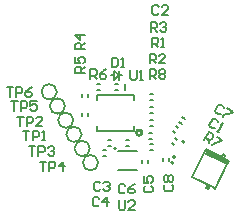
<source format=gto>
G04 Layer_Color=65535*
%FSLAX43Y43*%
%MOMM*%
G71*
G01*
G75*
%ADD21C,0.152*%
%ADD29C,0.127*%
%ADD30C,0.254*%
D21*
X9776Y-2138D02*
X9913Y-1871D01*
X9776Y-2138D02*
X9954Y-2229D01*
X10091Y-1962D01*
X11275Y352D02*
X11412Y620D01*
X11234Y711D02*
X11412Y620D01*
X11097Y444D02*
X11234Y711D01*
X8577Y-1188D02*
X9170Y-30D01*
X8577Y-1188D02*
X10358Y-2099D01*
X9170Y-30D02*
X9762Y1127D01*
X10515Y404D02*
X11584Y-142D01*
X9625Y860D02*
X10515Y404D01*
X9671Y949D02*
X11629Y-53D01*
X9671Y949D02*
X9716Y1038D01*
X11675Y36D01*
X10358Y-2099D02*
X10447Y-2144D01*
X10358Y-2099D02*
X10536Y-2190D01*
X11675Y36D01*
X9762Y1127D02*
X11720Y125D01*
X11675Y36D02*
X11720Y125D01*
X3650Y5285D02*
Y5750D01*
X550D02*
X3650D01*
X550Y5285D02*
Y5750D01*
Y2650D02*
Y3115D01*
Y2650D02*
X3650D01*
Y3115D01*
X1473Y1954D02*
X1727D01*
X1473Y1446D02*
X1727D01*
X6963Y2643D02*
X7183Y2516D01*
X7217Y3083D02*
X7437Y2956D01*
X6146Y173D02*
Y427D01*
X6654Y173D02*
Y427D01*
X7747Y3863D02*
X7967Y3736D01*
X7493Y3423D02*
X7713Y3296D01*
X4346Y-27D02*
Y227D01*
X4854Y-27D02*
Y227D01*
X2973Y1954D02*
X3227D01*
X2973Y1446D02*
X3227D01*
X1073Y546D02*
X1327D01*
X1073Y1054D02*
X1327D01*
X5073Y5854D02*
X5327D01*
X5073Y5346D02*
X5327D01*
X5073Y1046D02*
X5327D01*
X5073Y1554D02*
X5327D01*
X7117Y2083D02*
X7337Y1956D01*
X6863Y1643D02*
X7083Y1516D01*
X573Y6654D02*
X827D01*
X573Y6146D02*
X827D01*
X-754Y3973D02*
Y4227D01*
X-246Y3973D02*
Y4227D01*
X-754Y5573D02*
Y5827D01*
X-246Y5573D02*
Y5827D01*
X5073Y4246D02*
X5327D01*
X5073Y4754D02*
X5327D01*
X4973Y2554D02*
X5227D01*
X4973Y2046D02*
X5227D01*
X5073Y3146D02*
X5327D01*
X5073Y3654D02*
X5327D01*
X2300Y1000D02*
X3900D01*
X2300Y-600D02*
X3900D01*
X2950Y6150D02*
Y6650D01*
X2073Y6654D02*
X2327D01*
X2073Y6146D02*
X2327D01*
X1700Y7400D02*
X2000D01*
Y7800D01*
X2000D02*
X2400Y7400D01*
X2000Y7000D02*
X2400Y7400D01*
X2000Y7000D02*
Y7400D01*
X2400Y7000D02*
Y7800D01*
Y7400D02*
X2700D01*
X-4300Y100D02*
X-3767D01*
X-4033D01*
Y-700D01*
X-3500D02*
Y100D01*
X-3100D01*
X-2967Y-34D01*
Y-300D01*
X-3100Y-433D01*
X-3500D01*
X-2301Y-700D02*
Y100D01*
X-2701Y-300D01*
X-2167D01*
X-5200Y1400D02*
X-4667D01*
X-4933D01*
Y600D01*
X-4400D02*
Y1400D01*
X-4000D01*
X-3867Y1266D01*
Y1000D01*
X-4000Y867D01*
X-4400D01*
X-3601Y1266D02*
X-3467Y1400D01*
X-3201D01*
X-3067Y1266D01*
Y1133D01*
X-3201Y1000D01*
X-3334D01*
X-3201D01*
X-3067Y867D01*
Y733D01*
X-3201Y600D01*
X-3467D01*
X-3601Y733D01*
X-5700Y2700D02*
X-5167D01*
X-5433D01*
Y1900D01*
X-4900D02*
Y2700D01*
X-4500D01*
X-4367Y2566D01*
Y2300D01*
X-4500Y2167D01*
X-4900D01*
X-4101Y1900D02*
X-3834D01*
X-3967D01*
Y2700D01*
X-4101Y2566D01*
X-6200Y3900D02*
X-5667D01*
X-5933D01*
Y3100D01*
X-5400D02*
Y3900D01*
X-5000D01*
X-4867Y3766D01*
Y3500D01*
X-5000Y3367D01*
X-5400D01*
X-4067Y3100D02*
X-4601D01*
X-4067Y3633D01*
Y3766D01*
X-4201Y3900D01*
X-4467D01*
X-4601Y3766D01*
X-6700Y5200D02*
X-6167D01*
X-6433D01*
Y4400D01*
X-5900D02*
Y5200D01*
X-5500D01*
X-5367Y5066D01*
Y4800D01*
X-5500Y4667D01*
X-5900D01*
X-4567Y5200D02*
X-5101D01*
Y4800D01*
X-4834Y4933D01*
X-4701D01*
X-4567Y4800D01*
Y4533D01*
X-4701Y4400D01*
X-4967D01*
X-5101Y4533D01*
X-7100Y6400D02*
X-6567D01*
X-6833D01*
Y5600D01*
X-6300D02*
Y6400D01*
X-5900D01*
X-5767Y6266D01*
Y6000D01*
X-5900Y5867D01*
X-6300D01*
X-4967Y6400D02*
X-5234Y6266D01*
X-5501Y6000D01*
Y5733D01*
X-5367Y5600D01*
X-5101D01*
X-4967Y5733D01*
Y5867D01*
X-5101Y6000D01*
X-5501D01*
X5773Y13186D02*
X5640Y13319D01*
X5373D01*
X5240Y13186D01*
Y12653D01*
X5373Y12520D01*
X5640D01*
X5773Y12653D01*
X6573Y12520D02*
X6039D01*
X6573Y13053D01*
Y13186D01*
X6439Y13319D01*
X6173D01*
X6039Y13186D01*
X733Y-3034D02*
X600Y-2901D01*
X333D01*
X200Y-3034D01*
Y-3567D01*
X333Y-3700D01*
X600D01*
X733Y-3567D01*
X1399Y-3700D02*
Y-2901D01*
X999Y-3301D01*
X1533D01*
X2933Y-1934D02*
X2800Y-1801D01*
X2533D01*
X2400Y-1934D01*
Y-2467D01*
X2533Y-2600D01*
X2800D01*
X2933Y-2467D01*
X3733Y-1801D02*
X3466Y-1934D01*
X3199Y-2201D01*
Y-2467D01*
X3333Y-2600D01*
X3599D01*
X3733Y-2467D01*
Y-2334D01*
X3599Y-2201D01*
X3199D01*
X1800Y8899D02*
Y8100D01*
X2200D01*
X2333Y8233D01*
Y8766D01*
X2200Y8899D01*
X1800D01*
X2599Y8100D02*
X2866D01*
X2733D01*
Y8899D01*
X2599Y8766D01*
X5200Y9800D02*
Y10599D01*
X5600D01*
X5733Y10466D01*
Y10199D01*
X5600Y10066D01*
X5200D01*
X5466D02*
X5733Y9800D01*
X5999D02*
X6266D01*
X6133D01*
Y10599D01*
X5999Y10466D01*
X5000Y8400D02*
Y9199D01*
X5400D01*
X5533Y9066D01*
Y8799D01*
X5400Y8666D01*
X5000D01*
X5266D02*
X5533Y8400D01*
X6333D02*
X5799D01*
X6333Y8933D01*
Y9066D01*
X6199Y9199D01*
X5933D01*
X5799Y9066D01*
X5100Y11100D02*
Y11899D01*
X5500D01*
X5633Y11766D01*
Y11499D01*
X5500Y11366D01*
X5100D01*
X5366D02*
X5633Y11100D01*
X5899Y11766D02*
X6033Y11899D01*
X6299D01*
X6433Y11766D01*
Y11633D01*
X6299Y11499D01*
X6166D01*
X6299D01*
X6433Y11366D01*
Y11233D01*
X6299Y11100D01*
X6033D01*
X5899Y11233D01*
X-500Y9600D02*
X-1300D01*
Y9999D01*
X-1167Y10133D01*
X-900D01*
X-767Y9999D01*
Y9600D01*
Y9866D02*
X-500Y10133D01*
Y10799D02*
X-1300D01*
X-900Y10399D01*
Y10933D01*
X-500Y7600D02*
X-1300D01*
Y7999D01*
X-1167Y8133D01*
X-900D01*
X-767Y7999D01*
Y7600D01*
Y7866D02*
X-500Y8133D01*
X-1300Y8933D02*
Y8399D01*
X-900D01*
X-1033Y8666D01*
Y8799D01*
X-900Y8933D01*
X-634D01*
X-500Y8799D01*
Y8533D01*
X-634Y8399D01*
X-0Y7100D02*
Y7899D01*
X400D01*
X533Y7766D01*
Y7499D01*
X400Y7366D01*
X-0D01*
X266D02*
X533Y7100D01*
X1333Y7899D02*
X1066Y7766D01*
X799Y7499D01*
Y7233D01*
X933Y7100D01*
X1199D01*
X1333Y7233D01*
Y7366D01*
X1199Y7499D01*
X799D01*
X3370Y7819D02*
Y7153D01*
X3503Y7020D01*
X3770D01*
X3903Y7153D01*
Y7819D01*
X4169Y7020D02*
X4436D01*
X4303D01*
Y7819D01*
X4169Y7686D01*
X2400Y-3201D02*
Y-3867D01*
X2533Y-4000D01*
X2800D01*
X2933Y-3867D01*
Y-3201D01*
X3733Y-4000D02*
X3199D01*
X3733Y-3467D01*
Y-3334D01*
X3599Y-3201D01*
X3333D01*
X3199Y-3334D01*
X4633Y-1967D02*
X4500Y-2101D01*
Y-2367D01*
X4633Y-2500D01*
X5166D01*
X5300Y-2367D01*
Y-2101D01*
X5166Y-1967D01*
X4500Y-1167D02*
Y-1701D01*
X4900D01*
X4767Y-1434D01*
Y-1301D01*
X4900Y-1167D01*
X5166D01*
X5300Y-1301D01*
Y-1567D01*
X5166Y-1701D01*
X11295Y4610D02*
X11246Y4792D01*
X11015Y4926D01*
X10833Y4877D01*
X10566Y4415D01*
X10615Y4233D01*
X10846Y4100D01*
X11028Y4148D01*
X11592Y4592D02*
X12054Y4326D01*
X11987Y4210D01*
X11259Y4015D01*
X11192Y3900D01*
X6333Y-1867D02*
X6200Y-2001D01*
Y-2267D01*
X6333Y-2400D01*
X6866D01*
X7000Y-2267D01*
Y-2001D01*
X6866Y-1867D01*
X6333Y-1601D02*
X6200Y-1467D01*
Y-1201D01*
X6333Y-1067D01*
X6467D01*
X6600Y-1201D01*
X6733Y-1067D01*
X6866D01*
X7000Y-1201D01*
Y-1467D01*
X6866Y-1601D01*
X6733D01*
X6600Y-1467D01*
X6467Y-1601D01*
X6333D01*
X6600Y-1467D02*
Y-1201D01*
X9600Y1900D02*
X10000Y2592D01*
X10346Y2392D01*
X10395Y2210D01*
X10261Y1979D01*
X10079Y1931D01*
X9733Y2130D01*
X9964Y1997D02*
X10061Y1633D01*
X10692Y2192D02*
X11154Y1926D01*
X11087Y1810D01*
X10359Y1615D01*
X10292Y1500D01*
X5000Y7100D02*
Y7899D01*
X5400D01*
X5533Y7766D01*
Y7499D01*
X5400Y7366D01*
X5000D01*
X5266D02*
X5533Y7100D01*
X5799Y7766D02*
X5933Y7899D01*
X6199D01*
X6333Y7766D01*
Y7633D01*
X6199Y7499D01*
X6333Y7366D01*
Y7233D01*
X6199Y7100D01*
X5933D01*
X5799Y7233D01*
Y7366D01*
X5933Y7499D01*
X5799Y7633D01*
Y7766D01*
X5933Y7499D02*
X6199D01*
X10795Y3410D02*
X10746Y3592D01*
X10515Y3726D01*
X10333Y3677D01*
X10066Y3215D01*
X10115Y3033D01*
X10346Y2900D01*
X10528Y2948D01*
X10692Y2700D02*
X10923Y2566D01*
X10808Y2633D01*
X11208Y3326D01*
X11026Y3277D01*
X833Y-1734D02*
X700Y-1601D01*
X433D01*
X300Y-1734D01*
Y-2267D01*
X433Y-2400D01*
X700D01*
X833Y-2267D01*
X1099Y-1734D02*
X1233Y-1601D01*
X1499D01*
X1633Y-1734D01*
Y-1867D01*
X1499Y-2001D01*
X1366D01*
X1499D01*
X1633Y-2134D01*
Y-2267D01*
X1499Y-2400D01*
X1233D01*
X1099Y-2267D01*
D29*
X7172Y481D02*
G03*
X7172Y481I-100J0D01*
G01*
X7034Y-9D02*
G03*
X7034Y-9I-100J0D01*
G01*
X7945Y1771D02*
G03*
X7945Y1771I-100J0D01*
G01*
X2200Y1200D02*
G03*
X2200Y1200I-100J0D01*
G01*
X650Y0D02*
G03*
X650Y0I-650J0D01*
G01*
X-50Y1200D02*
G03*
X-50Y1200I-650J0D01*
G01*
X-750Y2400D02*
G03*
X-750Y2400I-650J0D01*
G01*
X-1450Y3600D02*
G03*
X-1450Y3600I-650J0D01*
G01*
X-2150Y4800D02*
G03*
X-2150Y4800I-650J0D01*
G01*
X-2850Y6000D02*
G03*
X-2850Y6000I-650J0D01*
G01*
D30*
X4362Y2550D02*
G03*
X4362Y2550I-237J0D01*
G01*
M02*

</source>
